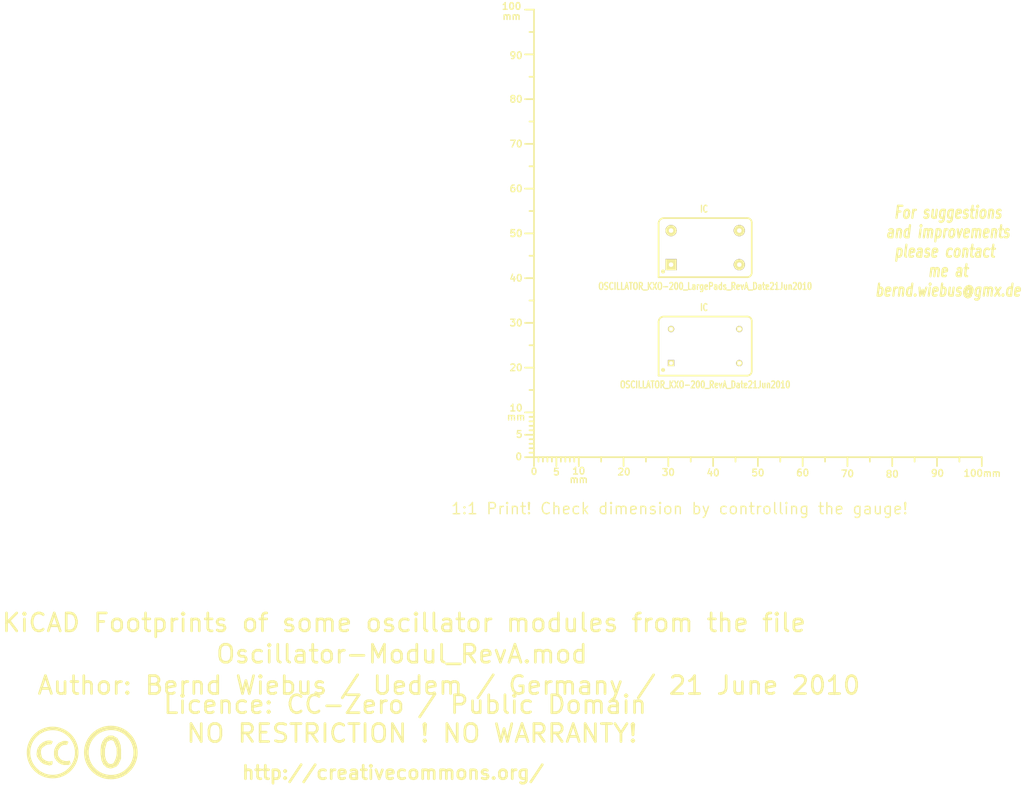
<source format=kicad_pcb>
(kicad_pcb (version 3) (host pcbnew "(2013-03-30 BZR 4007)-stable")

  (general
    (links 0)
    (no_connects 0)
    (area 1.09304 -31.671484 246.944301 196.1694)
    (thickness 1.6002)
    (drawings 7)
    (tracks 0)
    (zones 0)
    (modules 5)
    (nets 1)
  )

  (page A4)
  (layers
    (15 Vorderseite signal)
    (0 Rückseite signal)
    (16 B.Adhes user)
    (17 F.Adhes user)
    (18 B.Paste user)
    (19 F.Paste user)
    (20 B.SilkS user)
    (21 F.SilkS user)
    (22 B.Mask user)
    (23 F.Mask user)
    (24 Dwgs.User user)
    (25 Cmts.User user)
    (26 Eco1.User user)
    (27 Eco2.User user)
    (28 Edge.Cuts user)
  )

  (setup
    (last_trace_width 0.2032)
    (trace_clearance 0.254)
    (zone_clearance 0.508)
    (zone_45_only no)
    (trace_min 0.2032)
    (segment_width 0.381)
    (edge_width 0.381)
    (via_size 0.889)
    (via_drill 0.635)
    (via_min_size 0.889)
    (via_min_drill 0.508)
    (uvia_size 0.508)
    (uvia_drill 0.127)
    (uvias_allowed no)
    (uvia_min_size 0.508)
    (uvia_min_drill 0.127)
    (pcb_text_width 0.3048)
    (pcb_text_size 1.524 2.032)
    (mod_edge_width 0.381)
    (mod_text_size 1.524 1.524)
    (mod_text_width 0.3048)
    (pad_size 1.524 1.524)
    (pad_drill 0.8128)
    (pad_to_mask_clearance 0.254)
    (aux_axis_origin 0 0)
    (visible_elements 7FFFFFFF)
    (pcbplotparams
      (layerselection 3178497)
      (usegerberextensions true)
      (excludeedgelayer true)
      (linewidth 60)
      (plotframeref false)
      (viasonmask false)
      (mode 1)
      (useauxorigin false)
      (hpglpennumber 1)
      (hpglpenspeed 20)
      (hpglpendiameter 15)
      (hpglpenoverlay 0)
      (psnegative false)
      (psa4output false)
      (plotreference true)
      (plotvalue true)
      (plotothertext true)
      (plotinvisibletext false)
      (padsonsilk false)
      (subtractmaskfromsilk false)
      (outputformat 1)
      (mirror false)
      (drillshape 1)
      (scaleselection 1)
      (outputdirectory ""))
  )

  (net 0 "")

  (net_class Default "Dies ist die voreingestellte Netzklasse."
    (clearance 0.254)
    (trace_width 0.2032)
    (via_dia 0.889)
    (via_drill 0.635)
    (uvia_dia 0.508)
    (uvia_drill 0.127)
    (add_net "")
  )

  (module Gauge_100mm_Type2_SilkScreenTop_RevA_Date22Jun2010 (layer Vorderseite) (tedit 4D963937) (tstamp 4D88F07A)
    (at 146.5 121)
    (descr "Gauge, Massstab, 100mm, SilkScreenTop, Type 2,")
    (tags "Gauge, Massstab, 100mm, SilkScreenTop, Type 2,")
    (path Gauge_100mm_Type2_SilkScreenTop_RevA_Date22Jun2010)
    (fp_text reference MSC (at 4.0005 8.99922) (layer F.SilkS) hide
      (effects (font (size 1.524 1.524) (thickness 0.3048)))
    )
    (fp_text value Gauge_100mm_Type2_SilkScreenTop_RevA_Date22Jun2010 (at 45.9994 8.99922) (layer F.SilkS) hide
      (effects (font (size 1.524 1.524) (thickness 0.3048)))
    )
    (fp_text user mm (at 9.99998 5.00126) (layer F.SilkS)
      (effects (font (size 1.524 1.524) (thickness 0.3048)))
    )
    (fp_text user mm (at -4.0005 -8.99922) (layer F.SilkS)
      (effects (font (size 1.524 1.524) (thickness 0.3048)))
    )
    (fp_text user mm (at -5.00126 -98.5012) (layer F.SilkS)
      (effects (font (size 1.524 1.524) (thickness 0.3048)))
    )
    (fp_text user 10 (at 10.00506 3.0988) (layer F.SilkS)
      (effects (font (size 1.50114 1.50114) (thickness 0.29972)))
    )
    (fp_text user 0 (at 0.00508 3.19786) (layer F.SilkS)
      (effects (font (size 1.39954 1.50114) (thickness 0.29972)))
    )
    (fp_text user 5 (at 5.0038 3.29946) (layer F.SilkS)
      (effects (font (size 1.50114 1.50114) (thickness 0.29972)))
    )
    (fp_text user 20 (at 20.1041 3.29946) (layer F.SilkS)
      (effects (font (size 1.50114 1.50114) (thickness 0.29972)))
    )
    (fp_text user 30 (at 30.00502 3.39852) (layer F.SilkS)
      (effects (font (size 1.50114 1.50114) (thickness 0.29972)))
    )
    (fp_text user 40 (at 40.005 3.50012) (layer F.SilkS)
      (effects (font (size 1.50114 1.50114) (thickness 0.29972)))
    )
    (fp_text user 50 (at 50.00498 3.50012) (layer F.SilkS)
      (effects (font (size 1.50114 1.50114) (thickness 0.29972)))
    )
    (fp_text user 60 (at 60.00496 3.50012) (layer F.SilkS)
      (effects (font (size 1.50114 1.50114) (thickness 0.29972)))
    )
    (fp_text user 70 (at 70.00494 3.70078) (layer F.SilkS)
      (effects (font (size 1.50114 1.50114) (thickness 0.29972)))
    )
    (fp_text user 80 (at 80.00492 3.79984) (layer F.SilkS)
      (effects (font (size 1.50114 1.50114) (thickness 0.29972)))
    )
    (fp_text user 90 (at 90.1065 3.60172) (layer F.SilkS)
      (effects (font (size 1.50114 1.50114) (thickness 0.29972)))
    )
    (fp_text user 100mm (at 100.10648 3.60172) (layer F.SilkS)
      (effects (font (size 1.50114 1.50114) (thickness 0.29972)))
    )
    (fp_line (start 0 -8.99922) (end -1.00076 -8.99922) (layer F.SilkS) (width 0.381))
    (fp_line (start 0 -8.001) (end -1.00076 -8.001) (layer F.SilkS) (width 0.381))
    (fp_line (start 0 -7.00024) (end -1.00076 -7.00024) (layer F.SilkS) (width 0.381))
    (fp_line (start 0 -5.99948) (end -1.00076 -5.99948) (layer F.SilkS) (width 0.381))
    (fp_line (start 0 -4.0005) (end -1.00076 -4.0005) (layer F.SilkS) (width 0.381))
    (fp_line (start 0 -2.99974) (end -1.00076 -2.99974) (layer F.SilkS) (width 0.381))
    (fp_line (start 0 -1.99898) (end -1.00076 -1.99898) (layer F.SilkS) (width 0.381))
    (fp_line (start 0 -1.00076) (end -1.00076 -1.00076) (layer F.SilkS) (width 0.381))
    (fp_line (start 0 0) (end -1.99898 0) (layer F.SilkS) (width 0.381))
    (fp_line (start 0 -5.00126) (end -1.99898 -5.00126) (layer F.SilkS) (width 0.381))
    (fp_line (start 0 -9.99998) (end -1.99898 -9.99998) (layer F.SilkS) (width 0.381))
    (fp_line (start 0 -15.00124) (end -1.00076 -15.00124) (layer F.SilkS) (width 0.381))
    (fp_line (start 0 -19.99996) (end -1.99898 -19.99996) (layer F.SilkS) (width 0.381))
    (fp_line (start 0 -25.00122) (end -1.00076 -25.00122) (layer F.SilkS) (width 0.381))
    (fp_line (start 0 -29.99994) (end -1.99898 -29.99994) (layer F.SilkS) (width 0.381))
    (fp_line (start 0 -35.0012) (end -1.00076 -35.0012) (layer F.SilkS) (width 0.381))
    (fp_line (start 0 -39.99992) (end -1.99898 -39.99992) (layer F.SilkS) (width 0.381))
    (fp_line (start 0 -45.00118) (end -1.00076 -45.00118) (layer F.SilkS) (width 0.381))
    (fp_line (start 0 -49.9999) (end -1.99898 -49.9999) (layer F.SilkS) (width 0.381))
    (fp_line (start 0 -55.00116) (end -1.00076 -55.00116) (layer F.SilkS) (width 0.381))
    (fp_line (start 0 -59.99988) (end -1.99898 -59.99988) (layer F.SilkS) (width 0.381))
    (fp_line (start 0 -65.00114) (end -1.00076 -65.00114) (layer F.SilkS) (width 0.381))
    (fp_line (start 0 -69.99986) (end -1.99898 -69.99986) (layer F.SilkS) (width 0.381))
    (fp_line (start 0 -75.00112) (end -1.00076 -75.00112) (layer F.SilkS) (width 0.381))
    (fp_line (start 0 -79.99984) (end -1.99898 -79.99984) (layer F.SilkS) (width 0.381))
    (fp_line (start 0 -85.0011) (end -1.00076 -85.0011) (layer F.SilkS) (width 0.381))
    (fp_line (start 0 -89.99982) (end -1.99898 -89.99982) (layer F.SilkS) (width 0.381))
    (fp_line (start 0 -95.00108) (end -1.00076 -95.00108) (layer F.SilkS) (width 0.381))
    (fp_line (start 0 0) (end 0 -99.9998) (layer F.SilkS) (width 0.381))
    (fp_line (start 0 -99.9998) (end -1.99898 -99.9998) (layer F.SilkS) (width 0.381))
    (fp_text user 100 (at -4.99872 -100.7491) (layer F.SilkS)
      (effects (font (size 1.50114 1.50114) (thickness 0.29972)))
    )
    (fp_text user 90 (at -4.0005 -89.7509) (layer F.SilkS)
      (effects (font (size 1.50114 1.50114) (thickness 0.29972)))
    )
    (fp_text user 80 (at -4.0005 -79.99984) (layer F.SilkS)
      (effects (font (size 1.50114 1.50114) (thickness 0.29972)))
    )
    (fp_text user 70 (at -4.0005 -69.99986) (layer F.SilkS)
      (effects (font (size 1.50114 1.50114) (thickness 0.29972)))
    )
    (fp_text user 60 (at -4.0005 -59.99988) (layer F.SilkS)
      (effects (font (size 1.50114 1.50114) (thickness 0.29972)))
    )
    (fp_text user 50 (at -4.0005 -49.9999) (layer F.SilkS)
      (effects (font (size 1.50114 1.50114) (thickness 0.34036)))
    )
    (fp_text user 40 (at -4.0005 -39.99992) (layer F.SilkS)
      (effects (font (size 1.50114 1.50114) (thickness 0.29972)))
    )
    (fp_text user 30 (at -4.0005 -29.99994) (layer F.SilkS)
      (effects (font (size 1.50114 1.50114) (thickness 0.29972)))
    )
    (fp_text user 20 (at -4.0005 -19.99996) (layer F.SilkS)
      (effects (font (size 1.50114 1.50114) (thickness 0.29972)))
    )
    (fp_line (start 95.00108 0) (end 95.00108 1.00076) (layer F.SilkS) (width 0.381))
    (fp_line (start 89.99982 0) (end 89.99982 1.99898) (layer F.SilkS) (width 0.381))
    (fp_line (start 85.0011 0) (end 85.0011 1.00076) (layer F.SilkS) (width 0.381))
    (fp_line (start 79.99984 0) (end 79.99984 1.99898) (layer F.SilkS) (width 0.381))
    (fp_line (start 75.00112 0) (end 75.00112 1.00076) (layer F.SilkS) (width 0.381))
    (fp_line (start 69.99986 0) (end 69.99986 1.99898) (layer F.SilkS) (width 0.381))
    (fp_line (start 65.00114 0) (end 65.00114 1.00076) (layer F.SilkS) (width 0.381))
    (fp_line (start 59.99988 0) (end 59.99988 1.99898) (layer F.SilkS) (width 0.381))
    (fp_line (start 55.00116 0) (end 55.00116 1.00076) (layer F.SilkS) (width 0.381))
    (fp_line (start 49.9999 0) (end 49.9999 1.99898) (layer F.SilkS) (width 0.381))
    (fp_line (start 45.00118 0) (end 45.00118 1.00076) (layer F.SilkS) (width 0.381))
    (fp_line (start 39.99992 0) (end 39.99992 1.99898) (layer F.SilkS) (width 0.381))
    (fp_line (start 35.0012 0) (end 35.0012 1.00076) (layer F.SilkS) (width 0.381))
    (fp_line (start 29.99994 0) (end 29.99994 1.99898) (layer F.SilkS) (width 0.381))
    (fp_line (start 25.00122 0) (end 25.00122 1.00076) (layer F.SilkS) (width 0.381))
    (fp_line (start 19.99996 0) (end 19.99996 1.99898) (layer F.SilkS) (width 0.381))
    (fp_line (start 15.00124 0) (end 15.00124 1.00076) (layer F.SilkS) (width 0.381))
    (fp_line (start 9.99998 0) (end 99.9998 0) (layer F.SilkS) (width 0.381))
    (fp_line (start 99.9998 0) (end 99.9998 1.99898) (layer F.SilkS) (width 0.381))
    (fp_text user 5 (at -3.302 -5.10286) (layer F.SilkS)
      (effects (font (size 1.50114 1.50114) (thickness 0.29972)))
    )
    (fp_text user 0 (at -3.4036 -0.10414) (layer F.SilkS)
      (effects (font (size 1.50114 1.50114) (thickness 0.29972)))
    )
    (fp_text user 10 (at -4.0005 -11.00074) (layer F.SilkS)
      (effects (font (size 1.50114 1.50114) (thickness 0.29972)))
    )
    (fp_line (start 8.99922 0) (end 8.99922 1.00076) (layer F.SilkS) (width 0.381))
    (fp_line (start 8.001 0) (end 8.001 1.00076) (layer F.SilkS) (width 0.381))
    (fp_line (start 7.00024 0) (end 7.00024 1.00076) (layer F.SilkS) (width 0.381))
    (fp_line (start 5.99948 0) (end 5.99948 1.00076) (layer F.SilkS) (width 0.381))
    (fp_line (start 4.0005 0) (end 4.0005 1.00076) (layer F.SilkS) (width 0.381))
    (fp_line (start 2.99974 0) (end 2.99974 1.00076) (layer F.SilkS) (width 0.381))
    (fp_line (start 1.99898 0) (end 1.99898 1.00076) (layer F.SilkS) (width 0.381))
    (fp_line (start 1.00076 0) (end 1.00076 1.00076) (layer F.SilkS) (width 0.381))
    (fp_line (start 5.00126 0) (end 5.00126 1.99898) (layer F.SilkS) (width 0.381))
    (fp_line (start 0 0) (end 0 1.99898) (layer F.SilkS) (width 0.381))
    (fp_line (start 0 0) (end 9.99998 0) (layer F.SilkS) (width 0.381))
    (fp_line (start 9.99998 0) (end 9.99998 1.99898) (layer F.SilkS) (width 0.381))
  )

  (module OSCILLATOR_KXO-200_LargePads_RevA_Date21Jun2010 (layer Vorderseite) (tedit 4C1FD44C) (tstamp 4E1208BE)
    (at 184.72912 74.1807)
    (descr "OSCILLATOR IC KXO-200 Throuhole")
    (tags "X-Tal, OSCILLATOR,  KXO-200, Throuhole")
    (path OSCILLATOR_KXO-200_LargePads_RevA_Date21Jun2010)
    (fp_text reference IC (at -0.254 -8.636) (layer F.SilkS)
      (effects (font (size 1.524 1.143) (thickness 0.28702)))
    )
    (fp_text value OSCILLATOR_KXO-200_LargePads_RevA_Date21Jun2010 (at 0 8.636) (layer F.SilkS)
      (effects (font (size 1.524 1.143) (thickness 0.28702)))
    )
    (fp_circle (center -9.398 5.334) (end -9.398 5.588) (layer F.SilkS) (width 0.381))
    (fp_line (start -10.39876 -5.40004) (end -10.39876 6.59892) (layer F.SilkS) (width 0.381))
    (fp_line (start 9.40054 6.59892) (end -10.39876 6.59892) (layer F.SilkS) (width 0.381))
    (fp_line (start 10.39876 -5.6007) (end 10.39876 5.4991) (layer F.SilkS) (width 0.381))
    (fp_line (start -9.10082 -6.59892) (end 9.40054 -6.59892) (layer F.SilkS) (width 0.381))
    (fp_arc (start 9.40054 -5.6007) (end 9.40054 -6.59892) (angle 90) (layer F.SilkS) (width 0.381))
    (fp_arc (start -9.20496 -5.40004) (end -10.40384 -5.40004) (angle 90) (layer F.SilkS) (width 0.381))
    (fp_arc (start 9.40054 5.6007) (end 10.39876 5.6007) (angle 90) (layer F.SilkS) (width 0.381))
    (pad 1 thru_hole rect (at -7.62 3.81) (size 2.49936 2.49936) (drill 1.00076)
      (layers *.Cu *.Mask F.SilkS)
    )
    (pad 7 thru_hole circle (at 7.62 3.81) (size 2.49936 2.49936) (drill 1.00076)
      (layers *.Cu *.Mask F.SilkS)
    )
    (pad 8 thru_hole circle (at 7.62 -3.81) (size 2.49936 2.49936) (drill 1.00076)
      (layers *.Cu *.Mask F.SilkS)
    )
    (pad 14 thru_hole circle (at -7.62 -3.81) (size 2.49936 2.49936) (drill 1.00076)
      (layers *.Cu *.Mask F.SilkS)
    )
    (model dil/dil_14.wrl
      (at (xyz 0 0 0))
      (scale (xyz 1 1 1))
      (rotate (xyz 0 0 0))
    )
  )

  (module OSCILLATOR_KXO-200_RevA_Date21Jun2010 (layer Vorderseite) (tedit 4C1F80C5) (tstamp 4E1208C6)
    (at 184.72912 96.17964)
    (descr "OSCILLATOR IC KXO-200 Throuhole")
    (tags "X-Tal, OSCILLATOR,  KXO-200, Throuhole")
    (path OSCILLATOR_KXO-200_RevA_Date21Jun2010)
    (fp_text reference IC (at -0.254 -8.636) (layer F.SilkS)
      (effects (font (size 1.524 1.143) (thickness 0.28702)))
    )
    (fp_text value OSCILLATOR_KXO-200_RevA_Date21Jun2010 (at 0 8.636) (layer F.SilkS)
      (effects (font (size 1.524 1.143) (thickness 0.28702)))
    )
    (fp_circle (center -9.398 5.334) (end -9.398 5.588) (layer F.SilkS) (width 0.381))
    (fp_line (start -10.39876 -5.40004) (end -10.39876 6.59892) (layer F.SilkS) (width 0.381))
    (fp_line (start 9.40054 6.59892) (end -10.39876 6.59892) (layer F.SilkS) (width 0.381))
    (fp_line (start 10.39876 -5.6007) (end 10.39876 5.4991) (layer F.SilkS) (width 0.381))
    (fp_line (start -9.10082 -6.59892) (end 9.40054 -6.59892) (layer F.SilkS) (width 0.381))
    (fp_arc (start 9.40054 -5.6007) (end 9.40054 -6.59892) (angle 90) (layer F.SilkS) (width 0.381))
    (fp_arc (start -9.20496 -5.40004) (end -10.40384 -5.40004) (angle 90) (layer F.SilkS) (width 0.381))
    (fp_arc (start 9.40054 5.6007) (end 10.39876 5.6007) (angle 90) (layer F.SilkS) (width 0.381))
    (pad 1 thru_hole rect (at -7.62 3.81) (size 1.397 1.397) (drill 0.8128)
      (layers *.Cu *.Mask F.SilkS)
    )
    (pad 7 thru_hole circle (at 7.62 3.81) (size 1.397 1.397) (drill 0.8128)
      (layers *.Cu *.Mask F.SilkS)
    )
    (pad 8 thru_hole circle (at 7.62 -3.81) (size 1.397 1.397) (drill 0.8128)
      (layers *.Cu *.Mask F.SilkS)
    )
    (pad 14 thru_hole circle (at -7.62 -3.81) (size 1.397 1.397) (drill 0.8128)
      (layers *.Cu *.Mask F.SilkS)
    )
    (model dil/dil_14.wrl
      (at (xyz 0 0 0))
      (scale (xyz 1 1 1))
      (rotate (xyz 0 0 0))
    )
  )

  (module Symbol_CC-PublicDomain_SilkScreenTop_Big (layer Vorderseite) (tedit 515D641F) (tstamp 515F0B64)
    (at 52 187)
    (descr "Symbol, CC-PublicDomain, SilkScreen Top, Big,")
    (tags "Symbol, CC-PublicDomain, SilkScreen Top, Big,")
    (path Symbol_CC-Noncommercial_CopperTop_Big)
    (fp_text reference Sym (at 0.59944 -7.29996) (layer F.SilkS) hide
      (effects (font (size 1.524 1.524) (thickness 0.3048)))
    )
    (fp_text value Symbol_CC-PublicDomain_SilkScreenTop_Big (at 0.59944 8.001) (layer F.SilkS) hide
      (effects (font (size 1.524 1.524) (thickness 0.3048)))
    )
    (fp_circle (center 0 0) (end 5.8 -0.05) (layer F.SilkS) (width 0.381))
    (fp_circle (center 0 0) (end 5.5 0) (layer F.SilkS) (width 0.381))
    (fp_circle (center 0.05 0) (end 5.25 0) (layer F.SilkS) (width 0.381))
    (fp_line (start 1.1 -2.5) (end 1.4 -1.9) (layer F.SilkS) (width 0.381))
    (fp_line (start -1.8 1.2) (end -1.6 1.9) (layer F.SilkS) (width 0.381))
    (fp_line (start -1.6 1.9) (end -1.2 2.5) (layer F.SilkS) (width 0.381))
    (fp_line (start 0 -3) (end 0.75 -2.75) (layer F.SilkS) (width 0.381))
    (fp_line (start 0.75 -2.75) (end 1 -2.25) (layer F.SilkS) (width 0.381))
    (fp_line (start 1 -2.25) (end 1.5 -1) (layer F.SilkS) (width 0.381))
    (fp_line (start 1.5 -1) (end 1.5 -0.5) (layer F.SilkS) (width 0.381))
    (fp_line (start 1.5 -0.5) (end 1.5 0.5) (layer F.SilkS) (width 0.381))
    (fp_line (start 1.5 0.5) (end 1.25 1.5) (layer F.SilkS) (width 0.381))
    (fp_line (start 1.25 1.5) (end 0.75 2.5) (layer F.SilkS) (width 0.381))
    (fp_line (start 0.75 2.5) (end 0.25 2.75) (layer F.SilkS) (width 0.381))
    (fp_line (start 0.25 2.75) (end -0.25 2.75) (layer F.SilkS) (width 0.381))
    (fp_line (start -0.25 2.75) (end -0.75 2.5) (layer F.SilkS) (width 0.381))
    (fp_line (start -0.75 2.5) (end -1.25 1.75) (layer F.SilkS) (width 0.381))
    (fp_line (start -1.25 1.75) (end -1.5 0.75) (layer F.SilkS) (width 0.381))
    (fp_line (start -1.5 0.75) (end -1.5 -0.75) (layer F.SilkS) (width 0.381))
    (fp_line (start -1.5 -0.75) (end -1.25 -1.75) (layer F.SilkS) (width 0.381))
    (fp_line (start -1.25 -1.75) (end -1 -2.5) (layer F.SilkS) (width 0.381))
    (fp_line (start -1 -2.5) (end -0.3 -2.9) (layer F.SilkS) (width 0.381))
    (fp_line (start -0.3 -2.9) (end 0.2 -3) (layer F.SilkS) (width 0.381))
    (fp_line (start 0.2 -3) (end 0.8 -3) (layer F.SilkS) (width 0.381))
    (fp_line (start 0.8 -3) (end 1.4 -2.3) (layer F.SilkS) (width 0.381))
    (fp_line (start 1.4 -2.3) (end 1.6 -1.4) (layer F.SilkS) (width 0.381))
    (fp_line (start 1.6 -1.4) (end 1.7 -0.3) (layer F.SilkS) (width 0.381))
    (fp_line (start 1.7 -0.3) (end 1.7 0.9) (layer F.SilkS) (width 0.381))
    (fp_line (start 1.7 0.9) (end 1.4 1.8) (layer F.SilkS) (width 0.381))
    (fp_line (start 1.4 1.8) (end 1 2.7) (layer F.SilkS) (width 0.381))
    (fp_line (start 1 2.7) (end 0.5 3) (layer F.SilkS) (width 0.381))
    (fp_line (start 0.5 3) (end -0.4 3) (layer F.SilkS) (width 0.381))
    (fp_line (start -0.4 3) (end -1.3 2.3) (layer F.SilkS) (width 0.381))
    (fp_line (start -1.3 2.3) (end -1.7 1) (layer F.SilkS) (width 0.381))
    (fp_line (start -1.7 1) (end -1.8 -0.7) (layer F.SilkS) (width 0.381))
    (fp_line (start -1.8 -0.7) (end -1.4 -2.2) (layer F.SilkS) (width 0.381))
    (fp_line (start -1.4 -2.2) (end -1 -2.9) (layer F.SilkS) (width 0.381))
    (fp_line (start -1 -2.9) (end -0.2 -3.3) (layer F.SilkS) (width 0.381))
    (fp_line (start -0.2 -3.3) (end 0.7 -3.2) (layer F.SilkS) (width 0.381))
    (fp_line (start 0.7 -3.2) (end 1.3 -3.1) (layer F.SilkS) (width 0.381))
    (fp_line (start 1.3 -3.1) (end 1.7 -2.4) (layer F.SilkS) (width 0.381))
    (fp_line (start 1.7 -2.4) (end 2 -1.6) (layer F.SilkS) (width 0.381))
    (fp_line (start 2 -1.6) (end 2.1 -0.6) (layer F.SilkS) (width 0.381))
    (fp_line (start 2.1 -0.6) (end 2.1 0.3) (layer F.SilkS) (width 0.381))
    (fp_line (start 2.1 0.3) (end 2.1 1.3) (layer F.SilkS) (width 0.381))
    (fp_line (start 2.1 1.3) (end 1.9 1.8) (layer F.SilkS) (width 0.381))
    (fp_line (start 1.9 1.8) (end 1.5 2.6) (layer F.SilkS) (width 0.381))
    (fp_line (start 1.5 2.6) (end 1.1 3) (layer F.SilkS) (width 0.381))
    (fp_line (start 1.1 3) (end 0.4 3.3) (layer F.SilkS) (width 0.381))
    (fp_line (start 0.4 3.3) (end -0.1 3.4) (layer F.SilkS) (width 0.381))
    (fp_line (start -0.1 3.4) (end -0.8 3.2) (layer F.SilkS) (width 0.381))
    (fp_line (start -0.8 3.2) (end -1.5 2.6) (layer F.SilkS) (width 0.381))
    (fp_line (start -1.5 2.6) (end -1.9 1.7) (layer F.SilkS) (width 0.381))
    (fp_line (start -1.9 1.7) (end -2.1 0.4) (layer F.SilkS) (width 0.381))
    (fp_line (start -2.1 0.4) (end -2.1 -0.6) (layer F.SilkS) (width 0.381))
    (fp_line (start -2.1 -0.6) (end -2 -1.6) (layer F.SilkS) (width 0.381))
    (fp_line (start -2 -1.6) (end -1.7 -2.4) (layer F.SilkS) (width 0.381))
    (fp_line (start -1.7 -2.4) (end -1.2 -3.1) (layer F.SilkS) (width 0.381))
    (fp_line (start -1.2 -3.1) (end -0.4 -3.6) (layer F.SilkS) (width 0.381))
    (fp_line (start -0.4 -3.6) (end 0.4 -3.6) (layer F.SilkS) (width 0.381))
    (fp_line (start 0.4 -3.6) (end 1.1 -3.2) (layer F.SilkS) (width 0.381))
    (fp_line (start 1.1 -3.2) (end 1.1 -2.9) (layer F.SilkS) (width 0.381))
    (fp_line (start 1.1 -2.9) (end 1.8 -1.5) (layer F.SilkS) (width 0.381))
    (fp_line (start 1.8 -1.5) (end 1.8 -0.4) (layer F.SilkS) (width 0.381))
    (fp_line (start 1.8 -0.4) (end 1.8 1.1) (layer F.SilkS) (width 0.381))
    (fp_line (start 1.8 1.1) (end 1.2 2.6) (layer F.SilkS) (width 0.381))
    (fp_line (start 1.2 2.6) (end 0.2 3.2) (layer F.SilkS) (width 0.381))
    (fp_line (start 0.2 3.2) (end -0.5 3.2) (layer F.SilkS) (width 0.381))
    (fp_line (start -0.5 3.2) (end -1.1 2.7) (layer F.SilkS) (width 0.381))
    (fp_line (start -1.1 2.7) (end -1.9 0.6) (layer F.SilkS) (width 0.381))
    (fp_line (start -1.9 0.6) (end -1.7 -1.9) (layer F.SilkS) (width 0.381))
  )

  (module Symbol_CreativeCommons_SilkScreenTop_Type2_Big (layer Vorderseite) (tedit 515D640C) (tstamp 515D6AF0)
    (at 39 187)
    (descr "Symbol, Creative Commons, SilkScreen Top, Type 2, Big,")
    (tags "Symbol, Creative Commons, SilkScreen Top, Type 2, Big,")
    (path Symbol_CreativeCommons_CopperTop_Type2_Big)
    (fp_text reference Sym (at 0.59944 -7.29996) (layer F.SilkS) hide
      (effects (font (size 1.524 1.524) (thickness 0.3048)))
    )
    (fp_text value Symbol_CreativeCommons_Typ2_SilkScreenTop_Big (at 0.59944 8.001) (layer F.SilkS) hide
      (effects (font (size 1.524 1.524) (thickness 0.3048)))
    )
    (fp_line (start -0.70104 2.70002) (end -0.29972 2.60096) (layer F.SilkS) (width 0.381))
    (fp_line (start -0.29972 2.60096) (end -0.20066 2.10058) (layer F.SilkS) (width 0.381))
    (fp_line (start -2.49936 -1.69926) (end -2.70002 -1.6002) (layer F.SilkS) (width 0.381))
    (fp_line (start -2.70002 -1.6002) (end -3.0988 -1.00076) (layer F.SilkS) (width 0.381))
    (fp_line (start -3.0988 -1.00076) (end -3.29946 -0.50038) (layer F.SilkS) (width 0.381))
    (fp_line (start -3.29946 -0.50038) (end -3.40106 0.39878) (layer F.SilkS) (width 0.381))
    (fp_line (start -3.40106 0.39878) (end -3.29946 0.89916) (layer F.SilkS) (width 0.381))
    (fp_line (start -0.19812 2.4003) (end -0.29718 2.59842) (layer F.SilkS) (width 0.381))
    (fp_line (start 3.70078 2.10058) (end 3.79984 2.4003) (layer F.SilkS) (width 0.381))
    (fp_line (start 2.99974 -2.4003) (end 3.29946 -2.30124) (layer F.SilkS) (width 0.381))
    (fp_line (start 3.29946 -2.30124) (end 3.0988 -1.99898) (layer F.SilkS) (width 0.381))
    (fp_line (start 0 -5.40004) (end -0.50038 -5.40004) (layer F.SilkS) (width 0.381))
    (fp_line (start -0.50038 -5.40004) (end -1.30048 -5.10032) (layer F.SilkS) (width 0.381))
    (fp_line (start -1.30048 -5.10032) (end -1.99898 -4.89966) (layer F.SilkS) (width 0.381))
    (fp_line (start -1.99898 -4.89966) (end -2.70002 -4.699) (layer F.SilkS) (width 0.381))
    (fp_line (start -2.70002 -4.699) (end -3.29946 -4.20116) (layer F.SilkS) (width 0.381))
    (fp_line (start -3.29946 -4.20116) (end -4.0005 -3.59918) (layer F.SilkS) (width 0.381))
    (fp_line (start -4.0005 -3.59918) (end -4.50088 -2.99974) (layer F.SilkS) (width 0.381))
    (fp_line (start -4.50088 -2.99974) (end -5.00126 -2.10058) (layer F.SilkS) (width 0.381))
    (fp_line (start -5.00126 -2.10058) (end -5.30098 -1.09982) (layer F.SilkS) (width 0.381))
    (fp_line (start -5.30098 -1.09982) (end -5.40004 0.09906) (layer F.SilkS) (width 0.381))
    (fp_line (start -5.40004 0.09906) (end -5.19938 1.30048) (layer F.SilkS) (width 0.381))
    (fp_line (start -5.19938 1.30048) (end -4.8006 2.4003) (layer F.SilkS) (width 0.381))
    (fp_line (start -4.8006 2.4003) (end -3.79984 3.8989) (layer F.SilkS) (width 0.381))
    (fp_line (start -3.79984 3.8989) (end -2.60096 4.8006) (layer F.SilkS) (width 0.381))
    (fp_line (start -2.60096 4.8006) (end -1.30048 5.30098) (layer F.SilkS) (width 0.381))
    (fp_line (start -1.30048 5.30098) (end 0.09906 5.30098) (layer F.SilkS) (width 0.381))
    (fp_line (start 0.09906 5.30098) (end 1.6002 5.19938) (layer F.SilkS) (width 0.381))
    (fp_line (start 1.6002 5.19938) (end 2.60096 4.699) (layer F.SilkS) (width 0.381))
    (fp_line (start 2.60096 4.699) (end 4.20116 3.40106) (layer F.SilkS) (width 0.381))
    (fp_line (start 4.20116 3.40106) (end 5.00126 1.80086) (layer F.SilkS) (width 0.381))
    (fp_line (start 5.00126 1.80086) (end 5.40004 0.29972) (layer F.SilkS) (width 0.381))
    (fp_line (start 5.40004 0.29972) (end 5.19938 -1.39954) (layer F.SilkS) (width 0.381))
    (fp_line (start 5.19938 -1.39954) (end 4.699 -2.49936) (layer F.SilkS) (width 0.381))
    (fp_line (start 4.699 -2.49936) (end 3.40106 -4.09956) (layer F.SilkS) (width 0.381))
    (fp_line (start 3.40106 -4.09956) (end 2.4003 -4.8006) (layer F.SilkS) (width 0.381))
    (fp_line (start 2.4003 -4.8006) (end 1.39954 -5.19938) (layer F.SilkS) (width 0.381))
    (fp_line (start 1.39954 -5.19938) (end 0 -5.30098) (layer F.SilkS) (width 0.381))
    (fp_line (start 0.60198 -0.70104) (end 0.50292 -0.20066) (layer F.SilkS) (width 0.381))
    (fp_line (start 0.50292 -0.20066) (end 0.50292 0.49784) (layer F.SilkS) (width 0.381))
    (fp_line (start 0.50292 0.49784) (end 0.60198 1.09982) (layer F.SilkS) (width 0.381))
    (fp_line (start 0.60198 1.09982) (end 1.00076 1.69926) (layer F.SilkS) (width 0.381))
    (fp_line (start 1.00076 1.69926) (end 1.50114 2.19964) (layer F.SilkS) (width 0.381))
    (fp_line (start 1.50114 2.19964) (end 2.10058 2.49936) (layer F.SilkS) (width 0.381))
    (fp_line (start 2.10058 2.49936) (end 2.60096 2.59842) (layer F.SilkS) (width 0.381))
    (fp_line (start 2.60096 2.59842) (end 3.00228 2.59842) (layer F.SilkS) (width 0.381))
    (fp_line (start 3.00228 2.59842) (end 3.40106 2.59842) (layer F.SilkS) (width 0.381))
    (fp_line (start 3.40106 2.59842) (end 3.80238 2.49936) (layer F.SilkS) (width 0.381))
    (fp_line (start 3.80238 2.49936) (end 3.70078 2.2987) (layer F.SilkS) (width 0.381))
    (fp_line (start 3.70078 2.2987) (end 2.80162 2.4003) (layer F.SilkS) (width 0.381))
    (fp_line (start 2.80162 2.4003) (end 1.80086 2.09804) (layer F.SilkS) (width 0.381))
    (fp_line (start 1.80086 2.09804) (end 1.20142 1.6002) (layer F.SilkS) (width 0.381))
    (fp_line (start 1.20142 1.6002) (end 0.80264 0.6985) (layer F.SilkS) (width 0.381))
    (fp_line (start 0.80264 0.6985) (end 0.70104 -0.29972) (layer F.SilkS) (width 0.381))
    (fp_line (start 0.70104 -0.29972) (end 1.00076 -1.00076) (layer F.SilkS) (width 0.381))
    (fp_line (start 1.00076 -1.00076) (end 1.60274 -1.7018) (layer F.SilkS) (width 0.381))
    (fp_line (start 1.60274 -1.7018) (end 2.30124 -2.10058) (layer F.SilkS) (width 0.381))
    (fp_line (start 2.30124 -2.10058) (end 3.00228 -2.10058) (layer F.SilkS) (width 0.381))
    (fp_line (start 3.00228 -2.10058) (end 3.10134 -1.89992) (layer F.SilkS) (width 0.381))
    (fp_line (start 3.10134 -1.89992) (end 2.5019 -1.89992) (layer F.SilkS) (width 0.381))
    (fp_line (start 2.5019 -1.89992) (end 1.80086 -1.6002) (layer F.SilkS) (width 0.381))
    (fp_line (start 1.80086 -1.6002) (end 1.30048 -1.00076) (layer F.SilkS) (width 0.381))
    (fp_line (start 1.30048 -1.00076) (end 1.00076 -0.40132) (layer F.SilkS) (width 0.381))
    (fp_line (start 1.00076 -0.40132) (end 1.00076 0.09906) (layer F.SilkS) (width 0.381))
    (fp_line (start 1.00076 0.09906) (end 1.00076 0.6985) (layer F.SilkS) (width 0.381))
    (fp_line (start 1.00076 0.6985) (end 1.30048 1.19888) (layer F.SilkS) (width 0.381))
    (fp_line (start 1.30048 1.19888) (end 1.7018 1.69926) (layer F.SilkS) (width 0.381))
    (fp_line (start 1.7018 1.69926) (end 2.30124 1.99898) (layer F.SilkS) (width 0.381))
    (fp_line (start 2.30124 1.99898) (end 2.90068 2.09804) (layer F.SilkS) (width 0.381))
    (fp_line (start 2.90068 2.09804) (end 3.40106 2.09804) (layer F.SilkS) (width 0.381))
    (fp_line (start 3.40106 2.09804) (end 3.70078 1.99898) (layer F.SilkS) (width 0.381))
    (fp_line (start 3.00228 -2.4003) (end 2.40284 -2.4003) (layer F.SilkS) (width 0.381))
    (fp_line (start 2.40284 -2.4003) (end 2.00152 -2.20218) (layer F.SilkS) (width 0.381))
    (fp_line (start 2.00152 -2.20218) (end 1.50114 -2.00152) (layer F.SilkS) (width 0.381))
    (fp_line (start 1.50114 -2.00152) (end 1.10236 -1.6002) (layer F.SilkS) (width 0.381))
    (fp_line (start 1.10236 -1.6002) (end 0.80264 -1.09982) (layer F.SilkS) (width 0.381))
    (fp_line (start 0.80264 -1.09982) (end 0.60198 -0.70104) (layer F.SilkS) (width 0.381))
    (fp_line (start -0.39878 -1.99898) (end -0.89916 -1.99898) (layer F.SilkS) (width 0.381))
    (fp_line (start -0.89916 -1.99898) (end -1.39954 -1.89738) (layer F.SilkS) (width 0.381))
    (fp_line (start -1.39954 -1.89738) (end -1.89992 -1.59766) (layer F.SilkS) (width 0.381))
    (fp_line (start -1.89992 -1.59766) (end -2.4003 -1.19888) (layer F.SilkS) (width 0.381))
    (fp_line (start -2.4003 -1.30048) (end -2.70002 -0.8001) (layer F.SilkS) (width 0.381))
    (fp_line (start -2.70002 -0.8001) (end -2.79908 -0.29972) (layer F.SilkS) (width 0.381))
    (fp_line (start -2.79908 -0.29972) (end -2.79908 0.20066) (layer F.SilkS) (width 0.381))
    (fp_line (start -2.79908 0.20066) (end -2.59842 1.00076) (layer F.SilkS) (width 0.381))
    (fp_line (start -2.69748 1.00076) (end -2.39776 1.39954) (layer F.SilkS) (width 0.381))
    (fp_line (start -2.29616 1.4986) (end -1.79578 1.89992) (layer F.SilkS) (width 0.381))
    (fp_line (start -1.79578 1.89992) (end -1.29794 2.09804) (layer F.SilkS) (width 0.381))
    (fp_line (start -1.29794 2.09804) (end -0.89662 2.19964) (layer F.SilkS) (width 0.381))
    (fp_line (start -0.89662 2.19964) (end -0.49784 2.19964) (layer F.SilkS) (width 0.381))
    (fp_line (start -0.49784 2.19964) (end -0.19812 2.09804) (layer F.SilkS) (width 0.381))
    (fp_line (start -0.19812 2.09804) (end -0.29718 2.4003) (layer F.SilkS) (width 0.381))
    (fp_line (start -0.29718 2.4003) (end -0.89662 2.49936) (layer F.SilkS) (width 0.381))
    (fp_line (start -0.89662 2.49936) (end -1.59766 2.2987) (layer F.SilkS) (width 0.381))
    (fp_line (start -1.59766 2.2987) (end -2.29616 1.79832) (layer F.SilkS) (width 0.381))
    (fp_line (start -2.29616 1.79832) (end -2.79654 1.29794) (layer F.SilkS) (width 0.381))
    (fp_line (start -2.79908 1.39954) (end -2.99974 0.70104) (layer F.SilkS) (width 0.381))
    (fp_line (start -2.99974 0.70104) (end -3.0988 0) (layer F.SilkS) (width 0.381))
    (fp_line (start -3.0988 0) (end -2.99974 -0.59944) (layer F.SilkS) (width 0.381))
    (fp_line (start -2.99974 -0.8001) (end -2.70002 -1.30048) (layer F.SilkS) (width 0.381))
    (fp_line (start -2.70002 -1.09982) (end -2.19964 -1.6002) (layer F.SilkS) (width 0.381))
    (fp_line (start -2.19964 -1.69926) (end -1.69926 -1.99898) (layer F.SilkS) (width 0.381))
    (fp_line (start -1.69926 -1.99898) (end -1.19888 -2.19964) (layer F.SilkS) (width 0.381))
    (fp_line (start -1.19888 -2.19964) (end -0.6985 -2.19964) (layer F.SilkS) (width 0.381))
    (fp_line (start -0.6985 -2.19964) (end -0.29972 -2.19964) (layer F.SilkS) (width 0.381))
    (fp_line (start -0.29972 -2.19964) (end -0.20066 -2.39776) (layer F.SilkS) (width 0.381))
    (fp_line (start -0.20066 -2.39776) (end -0.59944 -2.49936) (layer F.SilkS) (width 0.381))
    (fp_line (start -0.59944 -2.49936) (end -1.00076 -2.49936) (layer F.SilkS) (width 0.381))
    (fp_line (start -1.00076 -2.49936) (end -1.4986 -2.39776) (layer F.SilkS) (width 0.381))
    (fp_line (start -1.4986 -2.39776) (end -2.10058 -2.09804) (layer F.SilkS) (width 0.381))
    (fp_line (start -2.10058 -2.09804) (end -2.59842 -1.69926) (layer F.SilkS) (width 0.381))
    (fp_line (start -2.59842 -1.6002) (end -3.0988 -0.89916) (layer F.SilkS) (width 0.381))
    (fp_line (start -3.0988 -0.89916) (end -3.29946 -0.29972) (layer F.SilkS) (width 0.381))
    (fp_line (start -3.29946 -0.29972) (end -3.29946 0.40132) (layer F.SilkS) (width 0.381))
    (fp_line (start -3.29946 0.40132) (end -3.2004 1.00076) (layer F.SilkS) (width 0.381))
    (fp_line (start -3.29946 0.8001) (end -2.99974 1.39954) (layer F.SilkS) (width 0.381))
    (fp_line (start -2.89814 1.4986) (end -2.49682 1.99898) (layer F.SilkS) (width 0.381))
    (fp_line (start -2.49682 1.99898) (end -1.89738 2.4003) (layer F.SilkS) (width 0.381))
    (fp_line (start -1.89738 2.4003) (end -1.19634 2.59842) (layer F.SilkS) (width 0.381))
    (fp_line (start -1.19634 2.59842) (end -0.69596 2.70002) (layer F.SilkS) (width 0.381))
    (fp_line (start -2.9972 1.19888) (end -2.59842 1.19888) (layer F.SilkS) (width 0.381))
    (fp_circle (center 0 0) (end 5.08 1.016) (layer F.SilkS) (width 0.381))
    (fp_circle (center 0 0) (end 5.588 0) (layer F.SilkS) (width 0.381))
  )

  (gr_text "1:1 Print! Check dimension by controlling the gauge!" (at 179 132.5) (layer F.SilkS)
    (effects (font (size 2.49936 2.49936) (thickness 0.29972)))
  )
  (gr_text "Author: Bernd Wiebus / Uedem / Germany / 21 June 2010" (at 127.5 172) (layer F.SilkS)
    (effects (font (size 4.0005 4.0005) (thickness 0.59944)))
  )
  (gr_text Oscillator-Modul_RevA.mod (at 117 165) (layer F.SilkS)
    (effects (font (size 4.0005 4.0005) (thickness 0.59944)))
  )
  (gr_text "KiCAD Footprints of some oscillator modules from the file " (at 119 158) (layer F.SilkS)
    (effects (font (size 4.0005 4.0005) (thickness 0.59944)))
  )
  (gr_text http://creativecommons.org/ (at 115 191.5) (layer F.SilkS)
    (effects (font (size 3 3) (thickness 0.6)))
  )
  (gr_text "Licence: CC-Zero / Public Domain \nNO RESTRICTION ! NO WARRANTY!" (at 119.2501 179.50064) (layer F.SilkS)
    (effects (font (size 4.0005 4.0005) (thickness 0.59944)))
  )
  (gr_text "For suggestions\nand improvements\nplease contact \nme at\nbernd.wiebus@gmx.de" (at 239 75) (layer F.SilkS)
    (effects (font (size 2.70002 1.99898) (thickness 0.50038) italic))
  )

)

</source>
